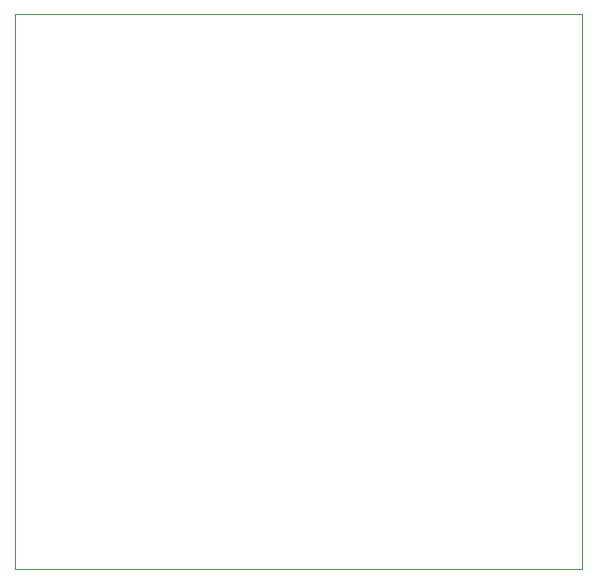
<source format=gko>
G04 #@! TF.FileFunction,Profile,NP*
%FSLAX46Y46*%
G04 Gerber Fmt 4.6, Leading zero omitted, Abs format (unit mm)*
G04 Created by KiCad (PCBNEW (2014-11-17 BZR 5289)-product) date Sat 29 Aug 2015 09:05:05 PM EDT*
%MOMM*%
G01*
G04 APERTURE LIST*
%ADD10C,0.100000*%
G04 APERTURE END LIST*
D10*
X188000000Y-127000000D02*
X188000000Y-80000000D01*
X140000000Y-127000000D02*
X188000000Y-127000000D01*
X140000000Y-80000000D02*
X140000000Y-127000000D01*
X188000000Y-80000000D02*
X140000000Y-80000000D01*
M02*

</source>
